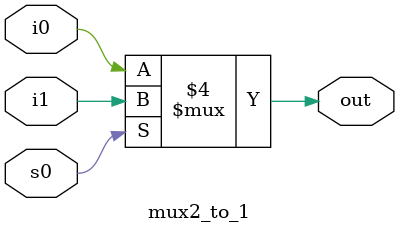
<source format=v>
module mux2_to_1(out,i0,i1,s0);
  output out;
  input i0,i1,s0;
  reg out;
  wire i0,i1,s0;
  
  always@(s0 or i0 or i1) 
  begin 
   if(s0==0) 
   out = i0;
   else 
   out = i1;
 end 
endmodule 
    

</source>
